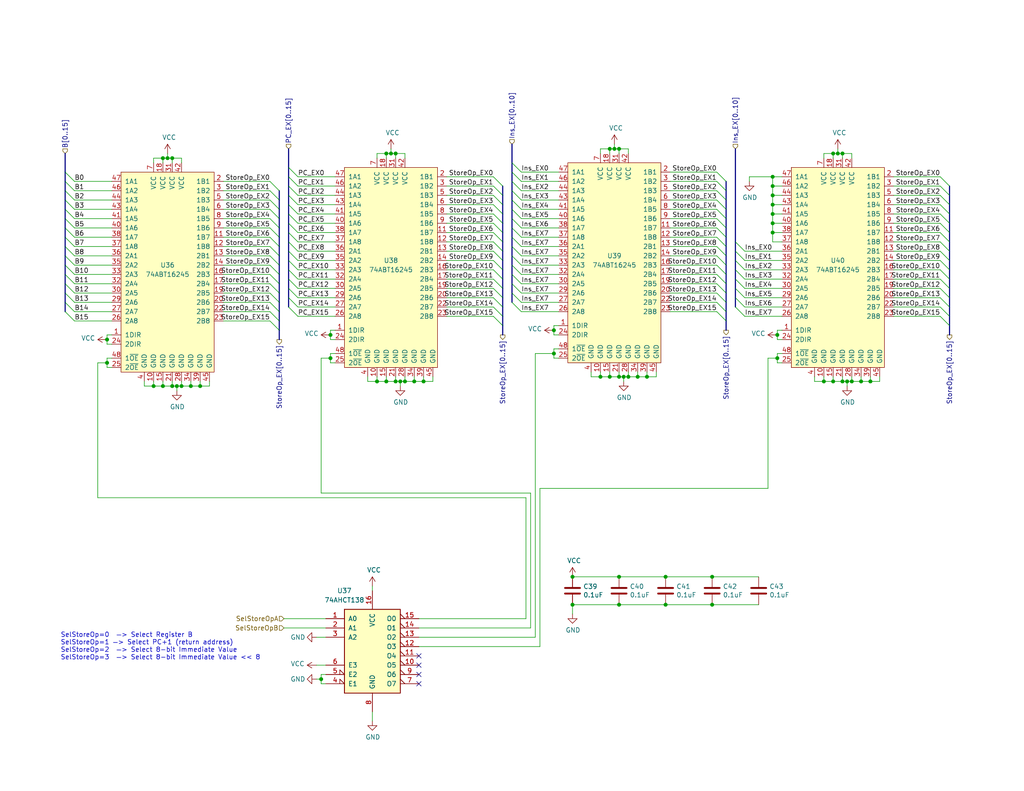
<source format=kicad_sch>
(kicad_sch (version 20230121) (generator eeschema)
  (paper "USLetter")
  (title_block (title "Select Store Operand") (date "2023-11-25") (rev "A") (comment 3 "the program counter value, or an eight-bit immediate value.") (comment 4 "The Store Operand can be taken from either the value on port B of the register file,"))
  (lib_symbols
    (symbol "Device:C" (pin_numbers hide) (pin_names (offset 0.254))
      (property "Reference" "C" (at 0.635 2.54 0))
      (property "Value" "C" (at 0.635 -2.54 0))
      (symbol "C_1_1"
        (pin passive line (at 0 3.81 270) (length 2.794) (name "~") (number "1"))
        (pin passive line (at 0 -3.81 90) (length 2.794) (name "~") (number "2"))
      )
    )
    (symbol "Turtle16:74ABT16245" (pin_names (offset 1.016))
      (property "Reference" "U" (at 0 1.27 0))
      (property "Value" "74ABT16245" (at 0 -1.27 0))
      (symbol "74ABT16245_1_1"
        (pin input line (at -15.24 -17.78 0) (length 2.54) (name "1DIR") (number "1"))
        (pin power_in line (at -3.81 -30.48 90) (length 2.54) (name "GND") (number "10"))
        (pin tri_state line (at 15.24 8.89 180) (length 2.54) (name "1B7") (number "11"))
        (pin tri_state line (at 15.24 6.35 180) (length 2.54) (name "1B8") (number "12"))
        (pin tri_state line (at 15.24 3.81 180) (length 2.54) (name "2B1") (number "13"))
        (pin tri_state line (at 15.24 1.27 180) (length 2.54) (name "2B2") (number "14"))
        (pin power_in line (at -1.27 -30.48 90) (length 2.54) (name "GND") (number "15"))
        (pin tri_state line (at 15.24 -1.27 180) (length 2.54) (name "2B3") (number "16"))
        (pin tri_state line (at 15.24 -3.81 180) (length 2.54) (name "2B4") (number "17"))
        (pin power_in line (at -1.27 29.21 270) (length 2.54) (name "VCC") (number "18"))
        (pin tri_state line (at 15.24 -6.35 180) (length 2.54) (name "2B5") (number "19"))
        (pin tri_state line (at 15.24 24.13 180) (length 2.54) (name "1B1") (number "2"))
        (pin tri_state line (at 15.24 -8.89 180) (length 2.54) (name "2B6") (number "20"))
        (pin power_in line (at 1.27 -30.48 90) (length 2.54) (name "GND") (number "21"))
        (pin tri_state line (at 15.24 -11.43 180) (length 2.54) (name "2B7") (number "22"))
        (pin tri_state line (at 15.24 -13.97 180) (length 2.54) (name "2B8") (number "23"))
        (pin input line (at -15.24 -20.32 0) (length 2.54) (name "2DIR") (number "24"))
        (pin input line (at -15.24 -26.67 0) (length 2.54) (name "2~{OE}") (number "25"))
        (pin tri_state line (at -15.24 -13.97 0) (length 2.54) (name "2A8") (number "26"))
        (pin tri_state line (at -15.24 -11.43 0) (length 2.54) (name "2A7") (number "27"))
        (pin power_in line (at 3.81 -30.48 90) (length 2.54) (name "GND") (number "28"))
        (pin tri_state line (at -15.24 -8.89 0) (length 2.54) (name "2A6") (number "29"))
        (pin tri_state line (at 15.24 21.59 180) (length 2.54) (name "1B2") (number "3"))
        (pin tri_state line (at -15.24 -6.35 0) (length 2.54) (name "2A5") (number "30"))
        (pin power_in line (at 1.27 29.21 270) (length 2.54) (name "VCC") (number "31"))
        (pin tri_state line (at -15.24 -3.81 0) (length 2.54) (name "2A4") (number "32"))
        (pin tri_state line (at -15.24 -1.27 0) (length 2.54) (name "2A3") (number "33"))
        (pin power_in line (at 6.35 -30.48 90) (length 2.54) (name "GND") (number "34"))
        (pin tri_state line (at -15.24 1.27 0) (length 2.54) (name "2A2") (number "35"))
        (pin tri_state line (at -15.24 3.81 0) (length 2.54) (name "2A1") (number "36"))
        (pin tri_state line (at -15.24 6.35 0) (length 2.54) (name "1A8") (number "37"))
        (pin tri_state line (at -15.24 8.89 0) (length 2.54) (name "1A7") (number "38"))
        (pin power_in line (at 8.89 -30.48 90) (length 2.54) (name "GND") (number "39"))
        (pin power_in line (at -6.35 -30.48 90) (length 2.54) (name "GND") (number "4"))
        (pin tri_state line (at -15.24 11.43 0) (length 2.54) (name "1A6") (number "40"))
        (pin tri_state line (at -15.24 13.97 0) (length 2.54) (name "1A5") (number "41"))
        (pin power_in line (at 3.81 29.21 270) (length 2.54) (name "VCC") (number "42"))
        (pin tri_state line (at -15.24 16.51 0) (length 2.54) (name "1A4") (number "43"))
        (pin tri_state line (at -15.24 19.05 0) (length 2.54) (name "1A3") (number "44"))
        (pin power_in line (at 11.43 -30.48 90) (length 2.54) (name "GND") (number "45"))
        (pin tri_state line (at -15.24 21.59 0) (length 2.54) (name "1A2") (number "46"))
        (pin tri_state line (at -15.24 24.13 0) (length 2.54) (name "1A1") (number "47"))
        (pin input line (at -15.24 -24.13 0) (length 2.54) (name "1~{OE}") (number "48"))
        (pin tri_state line (at 15.24 19.05 180) (length 2.54) (name "1B3") (number "5"))
        (pin tri_state line (at 15.24 16.51 180) (length 2.54) (name "1B4") (number "6"))
        (pin power_in line (at -3.81 29.21 270) (length 2.54) (name "VCC") (number "7"))
        (pin tri_state line (at 15.24 13.97 180) (length 2.54) (name "1B5") (number "8"))
        (pin tri_state line (at 15.24 11.43 180) (length 2.54) (name "1B6") (number "9"))
      )
    )
    (symbol "Turtle16:74AHCT138" (pin_names (offset 1.016))
      (property "Reference" "U" (at -7.62 11.43 0))
      (property "Value" "74AHCT138" (at -7.62 -13.97 0))
      (symbol "74AHCT138_1_0"
        (pin input line (at -12.7 7.62 0) (length 5.08) (name "A0") (number "1"))
        (pin output output_low (at 12.7 -5.08 180) (length 5.08) (name "O5") (number "10"))
        (pin output output_low (at 12.7 -2.54 180) (length 5.08) (name "O4") (number "11"))
        (pin output output_low (at 12.7 0 180) (length 5.08) (name "O3") (number "12"))
        (pin output output_low (at 12.7 2.54 180) (length 5.08) (name "O2") (number "13"))
        (pin output output_low (at 12.7 5.08 180) (length 5.08) (name "O1") (number "14"))
        (pin output output_low (at 12.7 7.62 180) (length 5.08) (name "O0") (number "15"))
        (pin power_in line (at 0 15.24 270) (length 5.08) (name "VCC") (number "16"))
        (pin input line (at -12.7 5.08 0) (length 5.08) (name "A1") (number "2"))
        (pin input line (at -12.7 2.54 0) (length 5.08) (name "A2") (number "3"))
        (pin input input_low (at -12.7 -10.16 0) (length 5.08) (name "E1") (number "4"))
        (pin input input_low (at -12.7 -7.62 0) (length 5.08) (name "E2") (number "5"))
        (pin input line (at -12.7 -5.08 0) (length 5.08) (name "E3") (number "6"))
        (pin output output_low (at 12.7 -10.16 180) (length 5.08) (name "O7") (number "7"))
        (pin power_in line (at 0 -17.78 90) (length 5.08) (name "GND") (number "8"))
        (pin output output_low (at 12.7 -7.62 180) (length 5.08) (name "O6") (number "9"))
      )
    )
    (symbol "power:GND" (power) (pin_names (offset 0))
      (property "Value" "GND" (at 0 -3.81 0))
      (symbol "GND_1_1"
        (pin power_in line (at 0 0 270) (length 0) hide (name "GND") (number "1"))
      )
    )
    (symbol "power:VCC" (power) (pin_names (offset 0))
      (property "Value" "VCC" (at 0 3.81 0))
      (symbol "VCC_1_1"
        (pin power_in line (at 0 0 90) (length 0) hide (name "VCC") (number "1"))
      )
    )
  )
  (junction (at 176.53 102.87))
  (junction (at 212.09 91.44))
  (junction (at 181.61 165.1))
  (junction (at 29.21 92.71))
  (junction (at 228.6 41.91))
  (junction (at 107.95 104.14))
  (junction (at 227.33 41.91))
  (junction (at 87.63 185.42))
  (junction (at 181.61 157.48))
  (junction (at 168.91 102.87))
  (junction (at 167.64 40.64))
  (junction (at 210.82 50.8))
  (junction (at 212.09 97.79))
  (junction (at 52.07 105.41))
  (junction (at 46.99 43.18))
  (junction (at 224.79 104.14))
  (junction (at 46.99 105.41))
  (junction (at 105.41 41.91))
  (junction (at 106.68 41.91))
  (junction (at 210.82 60.96))
  (junction (at 229.87 41.91))
  (junction (at 170.18 102.87))
  (junction (at 156.21 157.48))
  (junction (at 171.45 102.87))
  (junction (at 231.14 104.14))
  (junction (at 166.37 40.64))
  (junction (at 102.87 104.14))
  (junction (at 44.45 43.18))
  (junction (at 210.82 53.34))
  (junction (at 115.57 104.14))
  (junction (at 163.83 102.87))
  (junction (at 194.31 165.1))
  (junction (at 110.49 104.14))
  (junction (at 237.49 104.14))
  (junction (at 210.82 55.88))
  (junction (at 49.53 105.41))
  (junction (at 166.37 102.87))
  (junction (at 107.95 41.91))
  (junction (at 151.13 96.52))
  (junction (at 105.41 104.14))
  (junction (at 41.91 105.41))
  (junction (at 194.31 157.48))
  (junction (at 44.45 105.41))
  (junction (at 29.21 99.06))
  (junction (at 227.33 104.14))
  (junction (at 168.91 40.64))
  (junction (at 54.61 105.41))
  (junction (at 234.95 104.14))
  (junction (at 210.82 63.5))
  (junction (at 90.17 97.79))
  (junction (at 48.26 105.41))
  (junction (at 232.41 104.14))
  (junction (at 210.82 48.26))
  (junction (at 113.03 104.14))
  (junction (at 151.13 90.17))
  (junction (at 156.21 165.1))
  (junction (at 109.22 104.14))
  (junction (at 168.91 165.1))
  (junction (at 173.99 102.87))
  (junction (at 90.17 91.44))
  (junction (at 168.91 157.48))
  (junction (at 210.82 58.42))
  (junction (at 229.87 104.14))
  (junction (at 45.72 43.18))
  (no_connect (at 114.3 181.61))
  (no_connect (at 114.3 184.15))
  (no_connect (at 114.3 186.69))
  (no_connect (at 114.3 179.07))
  (bus_entry (at 142.24 54.61) (size -2.54 -2.54))
  (bus_entry (at 203.2 73.66) (size -2.54 -2.54))
  (bus_entry (at 198.12 82.55) (size -2.54 -2.54))
  (bus_entry (at 17.78 85.09) (size 2.54 2.54))
  (bus_entry (at 81.28 55.88) (size -2.54 -2.54))
  (bus_entry (at 81.28 78.74) (size -2.54 -2.54))
  (bus_entry (at 17.78 59.69) (size 2.54 2.54))
  (bus_entry (at 259.08 55.88) (size -2.54 -2.54))
  (bus_entry (at 142.24 85.09) (size -2.54 -2.54))
  (bus_entry (at 81.28 83.82) (size -2.54 -2.54))
  (bus_entry (at 76.2 80.01) (size -2.54 -2.54))
  (bus_entry (at 203.2 78.74) (size -2.54 -2.54))
  (bus_entry (at 137.16 66.04) (size -2.54 -2.54))
  (bus_entry (at 198.12 57.15) (size -2.54 -2.54))
  (bus_entry (at 142.24 49.53) (size -2.54 -2.54))
  (bus_entry (at 76.2 54.61) (size -2.54 -2.54))
  (bus_entry (at 142.24 62.23) (size -2.54 -2.54))
  (bus_entry (at 17.78 72.39) (size 2.54 2.54))
  (bus_entry (at 198.12 62.23) (size -2.54 -2.54))
  (bus_entry (at 17.78 46.99) (size 2.54 2.54))
  (bus_entry (at 137.16 83.82) (size -2.54 -2.54))
  (bus_entry (at 203.2 71.12) (size -2.54 -2.54))
  (bus_entry (at 259.08 68.58) (size -2.54 -2.54))
  (bus_entry (at 17.78 62.23) (size 2.54 2.54))
  (bus_entry (at 76.2 64.77) (size -2.54 -2.54))
  (bus_entry (at 17.78 54.61) (size 2.54 2.54))
  (bus_entry (at 137.16 68.58) (size -2.54 -2.54))
  (bus_entry (at 259.08 66.04) (size -2.54 -2.54))
  (bus_entry (at 137.16 78.74) (size -2.54 -2.54))
  (bus_entry (at 203.2 81.28) (size -2.54 -2.54))
  (bus_entry (at 198.12 77.47) (size -2.54 -2.54))
  (bus_entry (at 198.12 87.63) (size -2.54 -2.54))
  (bus_entry (at 142.24 46.99) (size -2.54 -2.54))
  (bus_entry (at 137.16 71.12) (size -2.54 -2.54))
  (bus_entry (at 198.12 49.53) (size -2.54 -2.54))
  (bus_entry (at 17.78 77.47) (size 2.54 2.54))
  (bus_entry (at 81.28 63.5) (size -2.54 -2.54))
  (bus_entry (at 81.28 76.2) (size -2.54 -2.54))
  (bus_entry (at 17.78 69.85) (size 2.54 2.54))
  (bus_entry (at 198.12 72.39) (size -2.54 -2.54))
  (bus_entry (at 142.24 82.55) (size -2.54 -2.54))
  (bus_entry (at 198.12 69.85) (size -2.54 -2.54))
  (bus_entry (at 137.16 63.5) (size -2.54 -2.54))
  (bus_entry (at 259.08 86.36) (size -2.54 -2.54))
  (bus_entry (at 76.2 85.09) (size -2.54 -2.54))
  (bus_entry (at 142.24 59.69) (size -2.54 -2.54))
  (bus_entry (at 198.12 52.07) (size -2.54 -2.54))
  (bus_entry (at 198.12 85.09) (size -2.54 -2.54))
  (bus_entry (at 259.08 73.66) (size -2.54 -2.54))
  (bus_entry (at 259.08 78.74) (size -2.54 -2.54))
  (bus_entry (at 259.08 63.5) (size -2.54 -2.54))
  (bus_entry (at 76.2 90.17) (size -2.54 -2.54))
  (bus_entry (at 142.24 57.15) (size -2.54 -2.54))
  (bus_entry (at 259.08 58.42) (size -2.54 -2.54))
  (bus_entry (at 137.16 58.42) (size -2.54 -2.54))
  (bus_entry (at 259.08 50.8) (size -2.54 -2.54))
  (bus_entry (at 259.08 88.9) (size -2.54 -2.54))
  (bus_entry (at 17.78 52.07) (size 2.54 2.54))
  (bus_entry (at 17.78 74.93) (size 2.54 2.54))
  (bus_entry (at 198.12 59.69) (size -2.54 -2.54))
  (bus_entry (at 76.2 77.47) (size -2.54 -2.54))
  (bus_entry (at 81.28 71.12) (size -2.54 -2.54))
  (bus_entry (at 137.16 50.8) (size -2.54 -2.54))
  (bus_entry (at 137.16 76.2) (size -2.54 -2.54))
  (bus_entry (at 81.28 53.34) (size -2.54 -2.54))
  (bus_entry (at 81.28 66.04) (size -2.54 -2.54))
  (bus_entry (at 17.78 82.55) (size 2.54 2.54))
  (bus_entry (at 17.78 80.01) (size 2.54 2.54))
  (bus_entry (at 81.28 73.66) (size -2.54 -2.54))
  (bus_entry (at 17.78 64.77) (size 2.54 2.54))
  (bus_entry (at 142.24 69.85) (size -2.54 -2.54))
  (bus_entry (at 81.28 68.58) (size -2.54 -2.54))
  (bus_entry (at 81.28 48.26) (size -2.54 -2.54))
  (bus_entry (at 76.2 52.07) (size -2.54 -2.54))
  (bus_entry (at 259.08 81.28) (size -2.54 -2.54))
  (bus_entry (at 259.08 71.12) (size -2.54 -2.54))
  (bus_entry (at 203.2 76.2) (size -2.54 -2.54))
  (bus_entry (at 142.24 64.77) (size -2.54 -2.54))
  (bus_entry (at 198.12 67.31) (size -2.54 -2.54))
  (bus_entry (at 203.2 83.82) (size -2.54 -2.54))
  (bus_entry (at 76.2 82.55) (size -2.54 -2.54))
  (bus_entry (at 142.24 74.93) (size -2.54 -2.54))
  (bus_entry (at 76.2 69.85) (size -2.54 -2.54))
  (bus_entry (at 137.16 81.28) (size -2.54 -2.54))
  (bus_entry (at 81.28 58.42) (size -2.54 -2.54))
  (bus_entry (at 76.2 74.93) (size -2.54 -2.54))
  (bus_entry (at 137.16 53.34) (size -2.54 -2.54))
  (bus_entry (at 137.16 55.88) (size -2.54 -2.54))
  (bus_entry (at 137.16 73.66) (size -2.54 -2.54))
  (bus_entry (at 259.08 60.96) (size -2.54 -2.54))
  (bus_entry (at 17.78 57.15) (size 2.54 2.54))
  (bus_entry (at 76.2 59.69) (size -2.54 -2.54))
  (bus_entry (at 198.12 74.93) (size -2.54 -2.54))
  (bus_entry (at 17.78 49.53) (size 2.54 2.54))
  (bus_entry (at 203.2 86.36) (size -2.54 -2.54))
  (bus_entry (at 198.12 64.77) (size -2.54 -2.54))
  (bus_entry (at 259.08 83.82) (size -2.54 -2.54))
  (bus_entry (at 259.08 53.34) (size -2.54 -2.54))
  (bus_entry (at 203.2 68.58) (size -2.54 -2.54))
  (bus_entry (at 198.12 80.01) (size -2.54 -2.54))
  (bus_entry (at 81.28 86.36) (size -2.54 -2.54))
  (bus_entry (at 142.24 77.47) (size -2.54 -2.54))
  (bus_entry (at 142.24 72.39) (size -2.54 -2.54))
  (bus_entry (at 76.2 62.23) (size -2.54 -2.54))
  (bus_entry (at 81.28 50.8) (size -2.54 -2.54))
  (bus_entry (at 76.2 87.63) (size -2.54 -2.54))
  (bus_entry (at 142.24 52.07) (size -2.54 -2.54))
  (bus_entry (at 76.2 67.31) (size -2.54 -2.54))
  (bus_entry (at 142.24 67.31) (size -2.54 -2.54))
  (bus_entry (at 17.78 67.31) (size 2.54 2.54))
  (bus_entry (at 137.16 86.36) (size -2.54 -2.54))
  (bus_entry (at 198.12 54.61) (size -2.54 -2.54))
  (bus_entry (at 76.2 72.39) (size -2.54 -2.54))
  (bus_entry (at 259.08 76.2) (size -2.54 -2.54))
  (bus_entry (at 137.16 88.9) (size -2.54 -2.54))
  (bus_entry (at 81.28 60.96) (size -2.54 -2.54))
  (bus_entry (at 137.16 60.96) (size -2.54 -2.54))
  (bus_entry (at 142.24 80.01) (size -2.54 -2.54))
  (bus_entry (at 76.2 57.15) (size -2.54 -2.54))
  (bus_entry (at 81.28 81.28) (size -2.54 -2.54))
  (wire (pts (xy 203.2 86.36) (xy 213.36 86.36)))
  (wire (pts (xy 105.41 41.91) (xy 106.68 41.91)))
  (wire (pts (xy 134.62 58.42) (xy 121.92 58.42)))
  (wire (pts (xy 29.21 100.33) (xy 30.48 100.33)))
  (bus (pts (xy 139.7 64.77) (xy 139.7 67.31)))
  (bus (pts (xy 137.16 50.8) (xy 137.16 53.34)))
  (bus (pts (xy 139.7 69.85) (xy 139.7 72.39)))
  (wire (pts (xy 20.32 49.53) (xy 30.48 49.53)))
  (bus (pts (xy 17.78 67.31) (xy 17.78 69.85)))
  (wire (pts (xy 44.45 104.14) (xy 44.45 105.41)))
  (bus (pts (xy 259.08 78.74) (xy 259.08 81.28)))
  (bus (pts (xy 76.2 87.63) (xy 76.2 90.17)))
  (wire (pts (xy 87.63 134.62) (xy 144.78 134.62)))
  (wire (pts (xy 113.03 104.14) (xy 115.57 104.14)))
  (wire (pts (xy 109.22 104.14) (xy 110.49 104.14)))
  (wire (pts (xy 109.22 105.41) (xy 109.22 104.14)))
  (bus (pts (xy 76.2 57.15) (xy 76.2 59.69)))
  (bus (pts (xy 198.12 57.15) (xy 198.12 59.69)))
  (bus (pts (xy 259.08 58.42) (xy 259.08 60.96)))
  (wire (pts (xy 173.99 102.87) (xy 176.53 102.87)))
  (wire (pts (xy 91.44 90.17) (xy 90.17 90.17)))
  (bus (pts (xy 17.78 46.99) (xy 17.78 49.53)))
  (wire (pts (xy 134.62 78.74) (xy 121.92 78.74)))
  (wire (pts (xy 102.87 41.91) (xy 105.41 41.91)))
  (wire (pts (xy 20.32 72.39) (xy 30.48 72.39)))
  (wire (pts (xy 156.21 167.64) (xy 156.21 165.1)))
  (wire (pts (xy 90.17 97.79) (xy 90.17 99.06)))
  (wire (pts (xy 115.57 104.14) (xy 118.11 104.14)))
  (wire (pts (xy 256.54 55.88) (xy 243.84 55.88)))
  (wire (pts (xy 87.63 186.69) (xy 88.9 186.69)))
  (wire (pts (xy 134.62 73.66) (xy 121.92 73.66)))
  (wire (pts (xy 73.66 69.85) (xy 60.96 69.85)))
  (wire (pts (xy 73.66 74.93) (xy 60.96 74.93)))
  (wire (pts (xy 151.13 88.9) (xy 151.13 90.17)))
  (bus (pts (xy 17.78 64.77) (xy 17.78 67.31)))
  (bus (pts (xy 198.12 80.01) (xy 198.12 82.55)))
  (bus (pts (xy 198.12 52.07) (xy 198.12 54.61)))
  (wire (pts (xy 152.4 91.44) (xy 151.13 91.44)))
  (wire (pts (xy 142.24 67.31) (xy 152.4 67.31)))
  (bus (pts (xy 139.7 49.53) (xy 139.7 52.07)))
  (bus (pts (xy 17.78 80.01) (xy 17.78 82.55)))
  (wire (pts (xy 237.49 102.87) (xy 237.49 104.14)))
  (wire (pts (xy 73.66 57.15) (xy 60.96 57.15)))
  (wire (pts (xy 20.32 67.31) (xy 30.48 67.31)))
  (wire (pts (xy 90.17 96.52) (xy 90.17 97.79)))
  (bus (pts (xy 78.74 66.04) (xy 78.74 68.58)))
  (wire (pts (xy 88.9 184.15) (xy 87.63 184.15)))
  (bus (pts (xy 259.08 73.66) (xy 259.08 76.2)))
  (wire (pts (xy 110.49 102.87) (xy 110.49 104.14)))
  (bus (pts (xy 200.66 76.2) (xy 200.66 78.74)))
  (wire (pts (xy 29.21 99.06) (xy 29.21 100.33)))
  (wire (pts (xy 176.53 102.87) (xy 179.07 102.87)))
  (bus (pts (xy 76.2 80.01) (xy 76.2 82.55)))
  (wire (pts (xy 166.37 102.87) (xy 168.91 102.87)))
  (wire (pts (xy 210.82 50.8) (xy 210.82 48.26)))
  (wire (pts (xy 232.41 41.91) (xy 232.41 43.18)))
  (wire (pts (xy 256.54 81.28) (xy 243.84 81.28)))
  (wire (pts (xy 110.49 41.91) (xy 110.49 43.18)))
  (wire (pts (xy 173.99 101.6) (xy 173.99 102.87)))
  (wire (pts (xy 107.95 104.14) (xy 109.22 104.14)))
  (bus (pts (xy 139.7 74.93) (xy 139.7 77.47)))
  (bus (pts (xy 259.08 88.9) (xy 259.08 91.44)))
  (wire (pts (xy 146.05 96.52) (xy 146.05 173.99)))
  (bus (pts (xy 200.66 66.04) (xy 200.66 68.58)))
  (wire (pts (xy 142.24 69.85) (xy 152.4 69.85)))
  (wire (pts (xy 142.24 80.01) (xy 152.4 80.01)))
  (wire (pts (xy 195.58 59.69) (xy 182.88 59.69)))
  (wire (pts (xy 29.21 91.44) (xy 29.21 92.71)))
  (wire (pts (xy 73.66 59.69) (xy 60.96 59.69)))
  (wire (pts (xy 114.3 176.53) (xy 147.32 176.53)))
  (wire (pts (xy 48.26 106.68) (xy 48.26 105.41)))
  (wire (pts (xy 195.58 69.85) (xy 182.88 69.85)))
  (wire (pts (xy 106.68 40.64) (xy 106.68 41.91)))
  (wire (pts (xy 102.87 102.87) (xy 102.87 104.14)))
  (bus (pts (xy 76.2 67.31) (xy 76.2 69.85)))
  (bus (pts (xy 78.74 58.42) (xy 78.74 60.96)))
  (wire (pts (xy 134.62 60.96) (xy 121.92 60.96)))
  (wire (pts (xy 91.44 96.52) (xy 90.17 96.52)))
  (wire (pts (xy 81.28 71.12) (xy 91.44 71.12)))
  (wire (pts (xy 142.24 64.77) (xy 152.4 64.77)))
  (bus (pts (xy 137.16 53.34) (xy 137.16 55.88)))
  (wire (pts (xy 87.63 184.15) (xy 87.63 185.42)))
  (bus (pts (xy 78.74 68.58) (xy 78.74 71.12)))
  (wire (pts (xy 20.32 57.15) (xy 30.48 57.15)))
  (wire (pts (xy 29.21 93.98) (xy 29.21 92.71)))
  (wire (pts (xy 227.33 104.14) (xy 229.87 104.14)))
  (wire (pts (xy 41.91 44.45) (xy 41.91 43.18)))
  (bus (pts (xy 137.16 73.66) (xy 137.16 76.2)))
  (wire (pts (xy 195.58 80.01) (xy 182.88 80.01)))
  (wire (pts (xy 203.2 73.66) (xy 213.36 73.66)))
  (wire (pts (xy 102.87 104.14) (xy 105.41 104.14)))
  (wire (pts (xy 222.25 102.87) (xy 222.25 104.14)))
  (wire (pts (xy 90.17 99.06) (xy 91.44 99.06)))
  (wire (pts (xy 81.28 66.04) (xy 91.44 66.04)))
  (wire (pts (xy 134.62 50.8) (xy 121.92 50.8)))
  (bus (pts (xy 17.78 72.39) (xy 17.78 74.93)))
  (wire (pts (xy 151.13 96.52) (xy 151.13 97.79)))
  (wire (pts (xy 142.24 49.53) (xy 152.4 49.53)))
  (wire (pts (xy 234.95 102.87) (xy 234.95 104.14)))
  (wire (pts (xy 142.24 74.93) (xy 152.4 74.93)))
  (bus (pts (xy 76.2 59.69) (xy 76.2 62.23)))
  (wire (pts (xy 181.61 157.48) (xy 194.31 157.48)))
  (wire (pts (xy 26.67 135.89) (xy 143.51 135.89)))
  (wire (pts (xy 100.33 102.87) (xy 100.33 104.14)))
  (wire (pts (xy 210.82 48.26) (xy 213.36 48.26)))
  (bus (pts (xy 198.12 49.53) (xy 198.12 52.07)))
  (bus (pts (xy 200.66 78.74) (xy 200.66 81.28)))
  (wire (pts (xy 115.57 102.87) (xy 115.57 104.14)))
  (wire (pts (xy 52.07 104.14) (xy 52.07 105.41)))
  (wire (pts (xy 134.62 71.12) (xy 121.92 71.12)))
  (wire (pts (xy 256.54 76.2) (xy 243.84 76.2)))
  (wire (pts (xy 224.79 41.91) (xy 227.33 41.91)))
  (wire (pts (xy 73.66 77.47) (xy 60.96 77.47)))
  (wire (pts (xy 81.28 68.58) (xy 91.44 68.58)))
  (bus (pts (xy 78.74 71.12) (xy 78.74 73.66)))
  (wire (pts (xy 168.91 40.64) (xy 168.91 41.91)))
  (wire (pts (xy 102.87 43.18) (xy 102.87 41.91)))
  (bus (pts (xy 259.08 50.8) (xy 259.08 53.34)))
  (wire (pts (xy 20.32 87.63) (xy 30.48 87.63)))
  (wire (pts (xy 81.28 50.8) (xy 91.44 50.8)))
  (wire (pts (xy 195.58 72.39) (xy 182.88 72.39)))
  (wire (pts (xy 77.47 168.91) (xy 88.9 168.91)))
  (wire (pts (xy 195.58 74.93) (xy 182.88 74.93)))
  (bus (pts (xy 76.2 64.77) (xy 76.2 67.31)))
  (wire (pts (xy 224.79 43.18) (xy 224.79 41.91)))
  (wire (pts (xy 203.2 78.74) (xy 213.36 78.74)))
  (wire (pts (xy 39.37 104.14) (xy 39.37 105.41)))
  (wire (pts (xy 105.41 104.14) (xy 107.95 104.14)))
  (wire (pts (xy 110.49 104.14) (xy 113.03 104.14)))
  (wire (pts (xy 151.13 97.79) (xy 152.4 97.79)))
  (wire (pts (xy 73.66 85.09) (xy 60.96 85.09)))
  (wire (pts (xy 142.24 77.47) (xy 152.4 77.47)))
  (bus (pts (xy 200.66 81.28) (xy 200.66 83.82)))
  (wire (pts (xy 203.2 71.12) (xy 213.36 71.12)))
  (bus (pts (xy 139.7 67.31) (xy 139.7 69.85)))
  (wire (pts (xy 212.09 99.06) (xy 213.36 99.06)))
  (wire (pts (xy 142.24 85.09) (xy 152.4 85.09)))
  (wire (pts (xy 147.32 133.35) (xy 147.32 176.53)))
  (wire (pts (xy 73.66 82.55) (xy 60.96 82.55)))
  (bus (pts (xy 137.16 58.42) (xy 137.16 60.96)))
  (bus (pts (xy 76.2 54.61) (xy 76.2 57.15)))
  (wire (pts (xy 49.53 105.41) (xy 52.07 105.41)))
  (bus (pts (xy 139.7 54.61) (xy 139.7 57.15)))
  (bus (pts (xy 259.08 81.28) (xy 259.08 83.82)))
  (wire (pts (xy 213.36 55.88) (xy 210.82 55.88)))
  (wire (pts (xy 181.61 165.1) (xy 168.91 165.1)))
  (wire (pts (xy 46.99 43.18) (xy 46.99 44.45)))
  (wire (pts (xy 73.66 64.77) (xy 60.96 64.77)))
  (wire (pts (xy 209.55 97.79) (xy 209.55 133.35)))
  (wire (pts (xy 52.07 105.41) (xy 54.61 105.41)))
  (wire (pts (xy 237.49 104.14) (xy 240.03 104.14)))
  (wire (pts (xy 171.45 102.87) (xy 173.99 102.87)))
  (bus (pts (xy 78.74 60.96) (xy 78.74 63.5)))
  (bus (pts (xy 139.7 39.37) (xy 139.7 44.45)))
  (wire (pts (xy 142.24 57.15) (xy 152.4 57.15)))
  (wire (pts (xy 212.09 96.52) (xy 212.09 97.79)))
  (wire (pts (xy 73.66 67.31) (xy 60.96 67.31)))
  (wire (pts (xy 73.66 87.63) (xy 60.96 87.63)))
  (wire (pts (xy 105.41 43.18) (xy 105.41 41.91)))
  (wire (pts (xy 234.95 104.14) (xy 237.49 104.14)))
  (wire (pts (xy 195.58 57.15) (xy 182.88 57.15)))
  (bus (pts (xy 139.7 80.01) (xy 139.7 82.55)))
  (wire (pts (xy 134.62 86.36) (xy 121.92 86.36)))
  (wire (pts (xy 195.58 52.07) (xy 182.88 52.07)))
  (bus (pts (xy 76.2 69.85) (xy 76.2 72.39)))
  (wire (pts (xy 44.45 44.45) (xy 44.45 43.18)))
  (wire (pts (xy 168.91 40.64) (xy 171.45 40.64)))
  (wire (pts (xy 195.58 67.31) (xy 182.88 67.31)))
  (wire (pts (xy 29.21 97.79) (xy 29.21 99.06)))
  (wire (pts (xy 101.6 194.31) (xy 101.6 196.85)))
  (bus (pts (xy 137.16 60.96) (xy 137.16 63.5)))
  (bus (pts (xy 139.7 57.15) (xy 139.7 59.69)))
  (wire (pts (xy 134.62 68.58) (xy 121.92 68.58)))
  (wire (pts (xy 20.32 62.23) (xy 30.48 62.23)))
  (wire (pts (xy 134.62 55.88) (xy 121.92 55.88)))
  (wire (pts (xy 195.58 49.53) (xy 182.88 49.53)))
  (wire (pts (xy 73.66 52.07) (xy 60.96 52.07)))
  (bus (pts (xy 200.66 40.64) (xy 200.66 66.04)))
  (wire (pts (xy 168.91 157.48) (xy 181.61 157.48)))
  (bus (pts (xy 139.7 52.07) (xy 139.7 54.61)))
  (bus (pts (xy 137.16 81.28) (xy 137.16 83.82)))
  (wire (pts (xy 224.79 102.87) (xy 224.79 104.14)))
  (wire (pts (xy 90.17 97.79) (xy 87.63 97.79)))
  (bus (pts (xy 17.78 52.07) (xy 17.78 54.61)))
  (wire (pts (xy 73.66 72.39) (xy 60.96 72.39)))
  (wire (pts (xy 212.09 97.79) (xy 212.09 99.06)))
  (wire (pts (xy 209.55 133.35) (xy 147.32 133.35)))
  (wire (pts (xy 87.63 185.42) (xy 87.63 186.69)))
  (wire (pts (xy 146.05 96.52) (xy 151.13 96.52)))
  (bus (pts (xy 78.74 78.74) (xy 78.74 81.28)))
  (wire (pts (xy 81.28 55.88) (xy 91.44 55.88)))
  (wire (pts (xy 156.21 157.48) (xy 168.91 157.48)))
  (wire (pts (xy 210.82 63.5) (xy 210.82 66.04)))
  (wire (pts (xy 45.72 43.18) (xy 46.99 43.18)))
  (wire (pts (xy 213.36 58.42) (xy 210.82 58.42)))
  (wire (pts (xy 203.2 76.2) (xy 213.36 76.2)))
  (wire (pts (xy 144.78 134.62) (xy 144.78 171.45)))
  (wire (pts (xy 41.91 104.14) (xy 41.91 105.41)))
  (wire (pts (xy 142.24 54.61) (xy 152.4 54.61)))
  (wire (pts (xy 168.91 101.6) (xy 168.91 102.87)))
  (bus (pts (xy 76.2 74.93) (xy 76.2 77.47)))
  (bus (pts (xy 137.16 68.58) (xy 137.16 71.12)))
  (wire (pts (xy 212.09 90.17) (xy 212.09 91.44)))
  (bus (pts (xy 259.08 60.96) (xy 259.08 63.5)))
  (bus (pts (xy 259.08 53.34) (xy 259.08 55.88)))
  (bus (pts (xy 198.12 62.23) (xy 198.12 64.77)))
  (bus (pts (xy 259.08 76.2) (xy 259.08 78.74)))
  (wire (pts (xy 195.58 54.61) (xy 182.88 54.61)))
  (wire (pts (xy 210.82 60.96) (xy 210.82 63.5)))
  (wire (pts (xy 176.53 101.6) (xy 176.53 102.87)))
  (bus (pts (xy 139.7 46.99) (xy 139.7 49.53)))
  (wire (pts (xy 210.82 58.42) (xy 210.82 60.96)))
  (bus (pts (xy 78.74 40.64) (xy 78.74 45.72)))
  (wire (pts (xy 256.54 53.34) (xy 243.84 53.34)))
  (bus (pts (xy 137.16 76.2) (xy 137.16 78.74)))
  (wire (pts (xy 210.82 58.42) (xy 210.82 55.88)))
  (wire (pts (xy 256.54 66.04) (xy 243.84 66.04)))
  (wire (pts (xy 163.83 102.87) (xy 166.37 102.87)))
  (wire (pts (xy 134.62 83.82) (xy 121.92 83.82)))
  (bus (pts (xy 200.66 68.58) (xy 200.66 71.12)))
  (wire (pts (xy 213.36 96.52) (xy 212.09 96.52)))
  (wire (pts (xy 20.32 82.55) (xy 30.48 82.55)))
  (wire (pts (xy 240.03 104.14) (xy 240.03 102.87)))
  (bus (pts (xy 198.12 54.61) (xy 198.12 57.15)))
  (wire (pts (xy 256.54 78.74) (xy 243.84 78.74)))
  (wire (pts (xy 195.58 62.23) (xy 182.88 62.23)))
  (wire (pts (xy 213.36 60.96) (xy 210.82 60.96)))
  (bus (pts (xy 137.16 88.9) (xy 137.16 91.44)))
  (wire (pts (xy 26.67 99.06) (xy 26.67 135.89)))
  (bus (pts (xy 17.78 57.15) (xy 17.78 59.69)))
  (wire (pts (xy 229.87 41.91) (xy 229.87 43.18)))
  (bus (pts (xy 78.74 76.2) (xy 78.74 78.74)))
  (wire (pts (xy 39.37 105.41) (xy 41.91 105.41)))
  (wire (pts (xy 46.99 105.41) (xy 48.26 105.41)))
  (bus (pts (xy 259.08 71.12) (xy 259.08 73.66)))
  (wire (pts (xy 73.66 80.01) (xy 60.96 80.01)))
  (wire (pts (xy 210.82 66.04) (xy 213.36 66.04)))
  (wire (pts (xy 227.33 43.18) (xy 227.33 41.91)))
  (wire (pts (xy 20.32 80.01) (xy 30.48 80.01)))
  (wire (pts (xy 163.83 40.64) (xy 166.37 40.64)))
  (wire (pts (xy 44.45 43.18) (xy 45.72 43.18)))
  (wire (pts (xy 167.64 40.64) (xy 168.91 40.64)))
  (bus (pts (xy 259.08 83.82) (xy 259.08 86.36)))
  (wire (pts (xy 142.24 82.55) (xy 152.4 82.55)))
  (bus (pts (xy 17.78 77.47) (xy 17.78 80.01)))
  (bus (pts (xy 139.7 62.23) (xy 139.7 64.77)))
  (wire (pts (xy 41.91 43.18) (xy 44.45 43.18)))
  (wire (pts (xy 229.87 41.91) (xy 232.41 41.91)))
  (wire (pts (xy 90.17 90.17) (xy 90.17 91.44)))
  (wire (pts (xy 20.32 59.69) (xy 30.48 59.69)))
  (wire (pts (xy 81.28 76.2) (xy 91.44 76.2)))
  (bus (pts (xy 137.16 66.04) (xy 137.16 68.58)))
  (wire (pts (xy 194.31 165.1) (xy 181.61 165.1)))
  (bus (pts (xy 17.78 59.69) (xy 17.78 62.23)))
  (wire (pts (xy 168.91 102.87) (xy 170.18 102.87)))
  (bus (pts (xy 78.74 53.34) (xy 78.74 55.88)))
  (bus (pts (xy 76.2 77.47) (xy 76.2 80.01)))
  (wire (pts (xy 229.87 102.87) (xy 229.87 104.14)))
  (wire (pts (xy 151.13 91.44) (xy 151.13 90.17)))
  (wire (pts (xy 231.14 104.14) (xy 232.41 104.14)))
  (wire (pts (xy 73.66 49.53) (xy 60.96 49.53)))
  (bus (pts (xy 17.78 62.23) (xy 17.78 64.77)))
  (wire (pts (xy 207.01 165.1) (xy 194.31 165.1)))
  (wire (pts (xy 142.24 62.23) (xy 152.4 62.23)))
  (wire (pts (xy 256.54 50.8) (xy 243.84 50.8)))
  (wire (pts (xy 90.17 92.71) (xy 90.17 91.44)))
  (wire (pts (xy 106.68 41.91) (xy 107.95 41.91)))
  (wire (pts (xy 118.11 104.14) (xy 118.11 102.87)))
  (wire (pts (xy 213.36 90.17) (xy 212.09 90.17)))
  (bus (pts (xy 17.78 49.53) (xy 17.78 52.07)))
  (wire (pts (xy 30.48 97.79) (xy 29.21 97.79)))
  (wire (pts (xy 57.15 105.41) (xy 57.15 104.14)))
  (wire (pts (xy 86.36 173.99) (xy 88.9 173.99)))
  (wire (pts (xy 91.44 92.71) (xy 90.17 92.71)))
  (bus (pts (xy 17.78 41.91) (xy 17.78 46.99)))
  (wire (pts (xy 81.28 73.66) (xy 91.44 73.66)))
  (wire (pts (xy 142.24 59.69) (xy 152.4 59.69)))
  (wire (pts (xy 81.28 83.82) (xy 91.44 83.82)))
  (wire (pts (xy 49.53 43.18) (xy 49.53 44.45)))
  (wire (pts (xy 44.45 105.41) (xy 46.99 105.41)))
  (bus (pts (xy 259.08 55.88) (xy 259.08 58.42)))
  (wire (pts (xy 20.32 69.85) (xy 30.48 69.85)))
  (wire (pts (xy 212.09 92.71) (xy 212.09 91.44)))
  (bus (pts (xy 198.12 87.63) (xy 198.12 90.17)))
  (wire (pts (xy 179.07 102.87) (xy 179.07 101.6)))
  (wire (pts (xy 194.31 157.48) (xy 207.01 157.48)))
  (bus (pts (xy 200.66 73.66) (xy 200.66 76.2)))
  (wire (pts (xy 195.58 46.99) (xy 182.88 46.99)))
  (bus (pts (xy 78.74 81.28) (xy 78.74 83.82)))
  (wire (pts (xy 134.62 66.04) (xy 121.92 66.04)))
  (wire (pts (xy 54.61 105.41) (xy 57.15 105.41)))
  (wire (pts (xy 168.91 165.1) (xy 156.21 165.1)))
  (wire (pts (xy 81.28 53.34) (xy 91.44 53.34)))
  (wire (pts (xy 256.54 86.36) (xy 243.84 86.36)))
  (wire (pts (xy 81.28 86.36) (xy 91.44 86.36)))
  (bus (pts (xy 76.2 62.23) (xy 76.2 64.77)))
  (wire (pts (xy 48.26 105.41) (xy 49.53 105.41)))
  (wire (pts (xy 41.91 105.41) (xy 44.45 105.41)))
  (wire (pts (xy 213.36 53.34) (xy 210.82 53.34)))
  (bus (pts (xy 139.7 59.69) (xy 139.7 62.23)))
  (wire (pts (xy 114.3 173.99) (xy 146.05 173.99)))
  (bus (pts (xy 200.66 71.12) (xy 200.66 73.66)))
  (wire (pts (xy 20.32 85.09) (xy 30.48 85.09)))
  (wire (pts (xy 107.95 41.91) (xy 107.95 43.18)))
  (bus (pts (xy 137.16 55.88) (xy 137.16 58.42)))
  (wire (pts (xy 195.58 64.77) (xy 182.88 64.77)))
  (wire (pts (xy 73.66 54.61) (xy 60.96 54.61)))
  (wire (pts (xy 170.18 104.14) (xy 170.18 102.87)))
  (wire (pts (xy 46.99 43.18) (xy 49.53 43.18)))
  (bus (pts (xy 76.2 82.55) (xy 76.2 85.09)))
  (bus (pts (xy 198.12 85.09) (xy 198.12 87.63)))
  (wire (pts (xy 161.29 101.6) (xy 161.29 102.87)))
  (wire (pts (xy 227.33 41.91) (xy 228.6 41.91)))
  (wire (pts (xy 46.99 104.14) (xy 46.99 105.41)))
  (wire (pts (xy 20.32 52.07) (xy 30.48 52.07)))
  (bus (pts (xy 78.74 55.88) (xy 78.74 58.42)))
  (wire (pts (xy 107.95 102.87) (xy 107.95 104.14)))
  (bus (pts (xy 76.2 52.07) (xy 76.2 54.61)))
  (wire (pts (xy 49.53 104.14) (xy 49.53 105.41)))
  (wire (pts (xy 100.33 104.14) (xy 102.87 104.14)))
  (wire (pts (xy 256.54 68.58) (xy 243.84 68.58)))
  (wire (pts (xy 166.37 101.6) (xy 166.37 102.87)))
  (bus (pts (xy 78.74 48.26) (xy 78.74 50.8)))
  (bus (pts (xy 259.08 63.5) (xy 259.08 66.04)))
  (bus (pts (xy 137.16 78.74) (xy 137.16 81.28)))
  (wire (pts (xy 166.37 40.64) (xy 167.64 40.64)))
  (wire (pts (xy 151.13 95.25) (xy 151.13 96.52)))
  (wire (pts (xy 101.6 160.02) (xy 101.6 161.29)))
  (wire (pts (xy 29.21 99.06) (xy 26.67 99.06)))
  (bus (pts (xy 78.74 45.72) (xy 78.74 48.26)))
  (wire (pts (xy 134.62 63.5) (xy 121.92 63.5)))
  (wire (pts (xy 256.54 60.96) (xy 243.84 60.96)))
  (wire (pts (xy 228.6 41.91) (xy 229.87 41.91)))
  (wire (pts (xy 161.29 102.87) (xy 163.83 102.87)))
  (wire (pts (xy 256.54 71.12) (xy 243.84 71.12)))
  (wire (pts (xy 30.48 93.98) (xy 29.21 93.98)))
  (wire (pts (xy 229.87 104.14) (xy 231.14 104.14)))
  (wire (pts (xy 212.09 97.79) (xy 209.55 97.79)))
  (wire (pts (xy 86.36 181.61) (xy 88.9 181.61)))
  (bus (pts (xy 137.16 71.12) (xy 137.16 73.66)))
  (bus (pts (xy 198.12 64.77) (xy 198.12 67.31)))
  (wire (pts (xy 20.32 74.93) (xy 30.48 74.93)))
  (wire (pts (xy 134.62 76.2) (xy 121.92 76.2)))
  (wire (pts (xy 195.58 82.55) (xy 182.88 82.55)))
  (wire (pts (xy 143.51 135.89) (xy 143.51 168.91)))
  (wire (pts (xy 87.63 97.79) (xy 87.63 134.62)))
  (wire (pts (xy 195.58 85.09) (xy 182.88 85.09)))
  (wire (pts (xy 167.64 39.37) (xy 167.64 40.64)))
  (bus (pts (xy 17.78 69.85) (xy 17.78 72.39)))
  (wire (pts (xy 213.36 63.5) (xy 210.82 63.5)))
  (wire (pts (xy 81.28 78.74) (xy 91.44 78.74)))
  (wire (pts (xy 170.18 102.87) (xy 171.45 102.87)))
  (wire (pts (xy 86.36 185.42) (xy 87.63 185.42)))
  (wire (pts (xy 81.28 63.5) (xy 91.44 63.5)))
  (wire (pts (xy 107.95 41.91) (xy 110.49 41.91)))
  (bus (pts (xy 259.08 86.36) (xy 259.08 88.9)))
  (wire (pts (xy 231.14 105.41) (xy 231.14 104.14)))
  (bus (pts (xy 259.08 68.58) (xy 259.08 71.12)))
  (wire (pts (xy 171.45 101.6) (xy 171.45 102.87)))
  (wire (pts (xy 81.28 58.42) (xy 91.44 58.42)))
  (bus (pts (xy 76.2 72.39) (xy 76.2 74.93)))
  (bus (pts (xy 259.08 66.04) (xy 259.08 68.58)))
  (wire (pts (xy 134.62 48.26) (xy 121.92 48.26)))
  (wire (pts (xy 213.36 92.71) (xy 212.09 92.71)))
  (wire (pts (xy 73.66 62.23) (xy 60.96 62.23)))
  (wire (pts (xy 228.6 40.64) (xy 228.6 41.91)))
  (wire (pts (xy 256.54 73.66) (xy 243.84 73.66)))
  (wire (pts (xy 142.24 46.99) (xy 152.4 46.99)))
  (bus (pts (xy 137.16 63.5) (xy 137.16 66.04)))
  (wire (pts (xy 113.03 102.87) (xy 113.03 104.14)))
  (wire (pts (xy 20.32 54.61) (xy 30.48 54.61)))
  (bus (pts (xy 198.12 69.85) (xy 198.12 72.39)))
  (bus (pts (xy 17.78 74.93) (xy 17.78 77.47)))
  (bus (pts (xy 139.7 72.39) (xy 139.7 74.93)))
  (wire (pts (xy 166.37 41.91) (xy 166.37 40.64)))
  (wire (pts (xy 142.24 72.39) (xy 152.4 72.39)))
  (bus (pts (xy 76.2 85.09) (xy 76.2 87.63)))
  (wire (pts (xy 152.4 88.9) (xy 151.13 88.9)))
  (wire (pts (xy 20.32 64.77) (xy 30.48 64.77)))
  (wire (pts (xy 227.33 102.87) (xy 227.33 104.14)))
  (wire (pts (xy 232.41 104.14) (xy 234.95 104.14)))
  (bus (pts (xy 198.12 74.93) (xy 198.12 77.47)))
  (bus (pts (xy 137.16 86.36) (xy 137.16 88.9)))
  (wire (pts (xy 256.54 48.26) (xy 243.84 48.26)))
  (wire (pts (xy 256.54 63.5) (xy 243.84 63.5)))
  (bus (pts (xy 198.12 72.39) (xy 198.12 74.93)))
  (wire (pts (xy 81.28 48.26) (xy 91.44 48.26)))
  (bus (pts (xy 78.74 63.5) (xy 78.74 66.04)))
  (bus (pts (xy 78.74 73.66) (xy 78.74 76.2)))
  (wire (pts (xy 213.36 50.8) (xy 210.82 50.8)))
  (wire (pts (xy 222.25 104.14) (xy 224.79 104.14)))
  (wire (pts (xy 142.24 52.07) (xy 152.4 52.07)))
  (wire (pts (xy 105.41 102.87) (xy 105.41 104.14)))
  (wire (pts (xy 224.79 104.14) (xy 227.33 104.14)))
  (bus (pts (xy 78.74 50.8) (xy 78.74 53.34)))
  (wire (pts (xy 210.82 55.88) (xy 210.82 53.34)))
  (bus (pts (xy 198.12 67.31) (xy 198.12 69.85)))
  (bus (pts (xy 137.16 83.82) (xy 137.16 86.36)))
  (bus (pts (xy 139.7 44.45) (xy 139.7 46.99)))
  (wire (pts (xy 77.47 171.45) (xy 88.9 171.45)))
  (wire (pts (xy 203.2 81.28) (xy 213.36 81.28)))
  (wire (pts (xy 20.32 77.47) (xy 30.48 77.47)))
  (wire (pts (xy 204.47 49.53) (xy 204.47 48.26)))
  (wire (pts (xy 195.58 77.47) (xy 182.88 77.47)))
  (wire (pts (xy 144.78 171.45) (xy 114.3 171.45)))
  (wire (pts (xy 152.4 95.25) (xy 151.13 95.25)))
  (wire (pts (xy 45.72 41.91) (xy 45.72 43.18)))
  (bus (pts (xy 198.12 82.55) (xy 198.12 85.09)))
  (wire (pts (xy 210.82 53.34) (xy 210.82 50.8)))
  (wire (pts (xy 163.83 41.91) (xy 163.83 40.64)))
  (bus (pts (xy 139.7 77.47) (xy 139.7 80.01)))
  (bus (pts (xy 17.78 82.55) (xy 17.78 85.09)))
  (wire (pts (xy 134.62 53.34) (xy 121.92 53.34)))
  (wire (pts (xy 204.47 48.26) (xy 210.82 48.26)))
  (wire (pts (xy 171.45 40.64) (xy 171.45 41.91)))
  (wire (pts (xy 163.83 101.6) (xy 163.83 102.87)))
  (wire (pts (xy 30.48 91.44) (xy 29.21 91.44)))
  (bus (pts (xy 198.12 59.69) (xy 198.12 62.23)))
  (wire (pts (xy 256.54 83.82) (xy 243.84 83.82)))
  (wire (pts (xy 203.2 68.58) (xy 213.36 68.58)))
  (bus (pts (xy 198.12 77.47) (xy 198.12 80.01)))
  (wire (pts (xy 203.2 83.82) (xy 213.36 83.82)))
  (wire (pts (xy 143.51 168.91) (xy 114.3 168.91)))
  (wire (pts (xy 232.41 102.87) (xy 232.41 104.14)))
  (wire (pts (xy 81.28 60.96) (xy 91.44 60.96)))
  (wire (pts (xy 256.54 58.42) (xy 243.84 58.42)))
  (wire (pts (xy 134.62 81.28) (xy 121.92 81.28)))
  (wire (pts (xy 54.61 104.14) (xy 54.61 105.41)))
  (wire (pts (xy 81.28 81.28) (xy 91.44 81.28)))
  (bus (pts (xy 17.78 54.61) (xy 17.78 57.15)))
  (bus (pts (xy 76.2 90.17) (xy 76.2 92.71)))
  (text "SelStoreOp=0  —> Select Register B\nSelStoreOp=1 —> Select PC+1 (return address)\nSelStoreOp=2  —> Select 8-bit Immediate Value\nSelStoreOp=3  —> Select 8-bit Immediate Value << 8" (at 16.51 180.34 0) (effects (font (size 1.27 1.27)) (justify left bottom)))
  (label "StoreOp_EX10" (at 256.54 73.66 180))
  (label "StoreOp_EX7" (at 195.58 64.77 180))
  (label "StoreOp_EX13" (at 134.62 81.28 180))
  (label "StoreOp_EX6" (at 73.66 64.77 180))
  (label "B11" (at 20.32 77.47 0))
  (label "Ins_EX3" (at 142.24 54.61 0))
  (label "B8" (at 20.32 69.85 0))
  (label "StoreOp_EX7" (at 256.54 66.04 180))
  (label "StoreOp_EX10" (at 195.58 72.39 180))
  (label "PC_EX8" (at 81.28 68.58 0))
  (label "Ins_EX6" (at 203.2 83.82 0))
  (label "StoreOp_EX11" (at 134.62 76.2 180))
  (label "PC_EX0" (at 81.28 48.26 0))
  (label "StoreOp_EX14" (at 73.66 85.09 180))
  (label "StoreOp_EX4" (at 73.66 59.69 180))
  (label "B10" (at 20.32 74.93 0))
  (label "StoreOp_EX11" (at 256.54 76.2 180))
  (label "B12" (at 20.32 80.01 0))
  (label "StoreOp_EX11" (at 73.66 77.47 180))
  (label "StoreOp_EX10" (at 73.66 74.93 180))
  (label "PC_EX10" (at 81.28 73.66 0))
  (label "StoreOp_EX15" (at 256.54 86.36 180))
  (label "B15" (at 20.32 87.63 0))
  (label "StoreOp_EX3" (at 256.54 55.88 180))
  (label "PC_EX4" (at 81.28 58.42 0))
  (label "Ins_EX7" (at 142.24 74.93 0))
  (label "StoreOp_EX5" (at 195.58 59.69 180))
  (label "StoreOp_EX6" (at 256.54 63.5 180))
  (label "StoreOp_EX4" (at 134.62 58.42 180))
  (label "B2" (at 20.32 54.61 0))
  (label "StoreOp_EX15" (at 134.62 86.36 180))
  (label "StoreOp_EX2" (at 256.54 53.34 180))
  (label "StoreOp_EX4" (at 195.58 57.15 180))
  (label "StoreOp_EX8" (at 195.58 67.31 180))
  (label "StoreOp_EX13" (at 195.58 80.01 180))
  (label "StoreOp_EX14" (at 256.54 83.82 180))
  (label "B0" (at 20.32 49.53 0))
  (label "StoreOp_EX4" (at 256.54 58.42 180))
  (label "StoreOp_EX8" (at 134.62 68.58 180))
  (label "PC_EX13" (at 81.28 81.28 0))
  (label "Ins_EX7" (at 203.2 86.36 0))
  (label "PC_EX3" (at 81.28 55.88 0))
  (label "StoreOp_EX0" (at 256.54 48.26 180))
  (label "StoreOp_EX13" (at 256.54 81.28 180))
  (label "Ins_EX7" (at 142.24 72.39 0))
  (label "Ins_EX7" (at 142.24 85.09 0))
  (label "PC_EX9" (at 81.28 71.12 0))
  (label "Ins_EX0" (at 203.2 68.58 0))
  (label "StoreOp_EX12" (at 195.58 77.47 180))
  (label "Ins_EX7" (at 142.24 64.77 0))
  (label "StoreOp_EX3" (at 73.66 57.15 180))
  (label "StoreOp_EX7" (at 134.62 66.04 180))
  (label "B3" (at 20.32 57.15 0))
  (label "StoreOp_EX2" (at 195.58 52.07 180))
  (label "Ins_EX7" (at 142.24 80.01 0))
  (label "Ins_EX1" (at 203.2 71.12 0))
  (label "StoreOp_EX6" (at 195.58 62.23 180))
  (label "PC_EX2" (at 81.28 53.34 0))
  (label "PC_EX6" (at 81.28 63.5 0))
  (label "StoreOp_EX14" (at 134.62 83.82 180))
  (label "Ins_EX1" (at 142.24 49.53 0))
  (label "Ins_EX2" (at 142.24 52.07 0))
  (label "StoreOp_EX15" (at 73.66 87.63 180))
  (label "Ins_EX7" (at 142.24 77.47 0))
  (label "Ins_EX3" (at 203.2 76.2 0))
  (label "StoreOp_EX12" (at 256.54 78.74 180))
  (label "B1" (at 20.32 52.07 0))
  (label "PC_EX5" (at 81.28 60.96 0))
  (label "StoreOp_EX12" (at 134.62 78.74 180))
  (label "PC_EX11" (at 81.28 76.2 0))
  (label "StoreOp_EX2" (at 73.66 54.61 180))
  (label "StoreOp_EX9" (at 256.54 71.12 180))
  (label "B14" (at 20.32 85.09 0))
  (label "StoreOp_EX5" (at 256.54 60.96 180))
  (label "StoreOp_EX7" (at 73.66 67.31 180))
  (label "StoreOp_EX3" (at 134.62 55.88 180))
  (label "StoreOp_EX8" (at 256.54 68.58 180))
  (label "Ins_EX7" (at 142.24 82.55 0))
  (label "StoreOp_EX11" (at 195.58 74.93 180))
  (label "StoreOp_EX3" (at 195.58 54.61 180))
  (label "StoreOp_EX5" (at 73.66 62.23 180))
  (label "Ins_EX6" (at 142.24 62.23 0))
  (label "StoreOp_EX5" (at 134.62 60.96 180))
  (label "B9" (at 20.32 72.39 0))
  (label "StoreOp_EX6" (at 134.62 63.5 180))
  (label "StoreOp_EX0" (at 195.58 46.99 180))
  (label "Ins_EX2" (at 203.2 73.66 0))
  (label "B4" (at 20.32 59.69 0))
  (label "Ins_EX7" (at 142.24 67.31 0))
  (label "B13" (at 20.32 82.55 0))
  (label "StoreOp_EX9" (at 73.66 72.39 180))
  (label "PC_EX14" (at 81.28 83.82 0))
  (label "Ins_EX4" (at 142.24 57.15 0))
  (label "StoreOp_EX1" (at 134.62 50.8 180))
  (label "Ins_EX7" (at 142.24 69.85 0))
  (label "StoreOp_EX9" (at 134.62 71.12 180))
  (label "Ins_EX5" (at 142.24 59.69 0))
  (label "B6" (at 20.32 64.77 0))
  (label "PC_EX7" (at 81.28 66.04 0))
  (label "StoreOp_EX10" (at 134.62 73.66 180))
  (label "Ins_EX0" (at 142.24 46.99 0))
  (label "StoreOp_EX1" (at 256.54 50.8 180))
  (label "PC_EX12" (at 81.28 78.74 0))
  (label "Ins_EX5" (at 203.2 81.28 0))
  (label "B5" (at 20.32 62.23 0))
  (label "StoreOp_EX0" (at 134.62 48.26 180))
  (label "StoreOp_EX13" (at 73.66 82.55 180))
  (label "StoreOp_EX14" (at 195.58 82.55 180))
  (label "StoreOp_EX2" (at 134.62 53.34 180))
  (label "StoreOp_EX8" (at 73.66 69.85 180))
  (label "PC_EX15" (at 81.28 86.36 0))
  (label "StoreOp_EX9" (at 195.58 69.85 180))
  (label "StoreOp_EX15" (at 195.58 85.09 180))
  (label "StoreOp_EX12" (at 73.66 80.01 180))
  (label "StoreOp_EX1" (at 195.58 49.53 180))
  (label "B7" (at 20.32 67.31 0))
  (label "Ins_EX4" (at 203.2 78.74 0))
  (label "StoreOp_EX1" (at 73.66 52.07 180))
  (label "StoreOp_EX0" (at 73.66 49.53 180))
  (label "PC_EX1" (at 81.28 50.8 0))
  (hierarchical_label "SelStoreOpB" (shape input) (at 77.47 171.45 180))
  (hierarchical_label "PC_EX[0..15]" (shape input) (at 78.74 40.64 90))
  (hierarchical_label "StoreOp_EX[0..15]" (shape output) (at 137.16 91.44 270))
  (hierarchical_label "StoreOp_EX[0..15]" (shape output) (at 76.2 92.71 270))
  (hierarchical_label "B[0..15]" (shape input) (at 17.78 41.91 90))
  (hierarchical_label "StoreOp_EX[0..15]" (shape output) (at 259.08 91.44 270))
  (hierarchical_label "Ins_EX[0..10]" (shape input) (at 200.66 40.64 90))
  (hierarchical_label "SelStoreOpA" (shape input) (at 77.47 168.91 180))
  (hierarchical_label "StoreOp_EX[0..15]" (shape output) (at 198.12 90.17 270))
  (hierarchical_label "Ins_EX[0..10]" (shape input) (at 139.7 39.37 90))
  (symbol (lib_id "Device:C") (at 156.21 161.29 0) (unit 1)
    (property "Reference" "C39" (at 159.131 160.1216 0) (effects (justify left)))
    (property "Value" "0.1uF" (at 159.131 162.433 0) (effects (justify left)))
    (property "Footprint" "Capacitor_SMD:C_0603_1608Metric" (effects hide))
    (property "Datasheet" "https://www.mouser.com/datasheet/2/396/taiyo_yuden_12132018_mlcc11_hq_e-1510082.pdf" (effects hide))
    (property "Manufacturer" "Taiyo Yuden" (effects hide))
    (property "Manufacturer#" "EMK107B7104KAHT" (effects hide))
    (property "Mouser#" "963-EMK107B7104KAHT" (effects hide))
    (property "Digikey#" "587-6004-1-ND" (effects hide))
  )
  (symbol (lib_id "Device:C") (at 168.91 161.29 0) (unit 1)
    (property "Reference" "C40" (at 171.831 160.1216 0) (effects (justify left)))
    (property "Value" "0.1uF" (at 171.831 162.433 0) (effects (justify left)))
    (property "Footprint" "Capacitor_SMD:C_0603_1608Metric" (effects hide))
    (property "Datasheet" "https://www.mouser.com/datasheet/2/396/taiyo_yuden_12132018_mlcc11_hq_e-1510082.pdf" (effects hide))
    (property "Manufacturer" "Taiyo Yuden" (effects hide))
    (property "Manufacturer#" "EMK107B7104KAHT" (effects hide))
    (property "Mouser#" "963-EMK107B7104KAHT" (effects hide))
    (property "Digikey#" "587-6004-1-ND" (effects hide))
  )
  (symbol (lib_id "power:VCC") (at 156.21 157.48 0) (unit 1)
    (property "Reference" "#PWR0277" (effects hide))
    (property "Value" "VCC" (at 156.6418 153.0858 0))
  )
  (symbol (lib_id "power:GND") (at 156.21 167.64 0) (unit 1)
    (property "Reference" "#PWR0278" (effects hide))
    (property "Value" "GND" (at 156.337 172.0342 0))
  )
  (symbol (lib_id "Device:C") (at 181.61 161.29 0) (unit 1)
    (property "Reference" "C41" (at 184.531 160.1216 0) (effects (justify left)))
    (property "Value" "0.1uF" (at 184.531 162.433 0) (effects (justify left)))
    (property "Footprint" "Capacitor_SMD:C_0603_1608Metric" (effects hide))
    (property "Datasheet" "https://www.mouser.com/datasheet/2/396/taiyo_yuden_12132018_mlcc11_hq_e-1510082.pdf" (effects hide))
    (property "Manufacturer" "Taiyo Yuden" (effects hide))
    (property "Manufacturer#" "EMK107B7104KAHT" (effects hide))
    (property "Mouser#" "963-EMK107B7104KAHT" (effects hide))
    (property "Digikey#" "587-6004-1-ND" (effects hide))
  )
  (symbol (lib_id "Device:C") (at 194.31 161.29 0) (unit 1)
    (property "Reference" "C42" (at 197.231 160.1216 0) (effects (justify left)))
    (property "Value" "0.1uF" (at 197.231 162.433 0) (effects (justify left)))
    (property "Footprint" "Capacitor_SMD:C_0603_1608Metric" (effects hide))
    (property "Datasheet" "https://www.mouser.com/datasheet/2/396/taiyo_yuden_12132018_mlcc11_hq_e-1510082.pdf" (effects hide))
    (property "Manufacturer" "Taiyo Yuden" (effects hide))
    (property "Manufacturer#" "EMK107B7104KAHT" (effects hide))
    (property "Mouser#" "963-EMK107B7104KAHT" (effects hide))
    (property "Digikey#" "587-6004-1-ND" (effects hide))
  )
  (symbol (lib_id "power:GND") (at 101.6 196.85 0) (unit 1)
    (property "Reference" "#PWR0273" (effects hide))
    (property "Value" "GND" (at 101.727 201.2442 0))
  )
  (symbol (lib_id "power:VCC") (at 101.6 160.02 0) (unit 1)
    (property "Reference" "#PWR0272" (effects hide))
    (property "Value" "VCC" (at 102.0318 155.6258 0))
  )
  (symbol (lib_id "Turtle16:74AHCT138") (at 101.6 176.53 0) (unit 1)
    (property "Reference" "U37" (at 93.98 161.29 0))
    (property "Value" "74AHCT138" (at 93.98 163.83 0))
    (property "Footprint" "Package_SO:TSSOP-16_4.4x5mm_P0.65mm" (effects hide))
    (property "Datasheet" "https://www.ti.com/general/docs/suppproductinfo.tsp?distId=26&gotoUrl=https://www.ti.com/lit/gpn/sn74ahct138" (effects hide))
    (property "Manufacturer" "Texas Instruments" (effects hide))
    (property "Manufacturer#" "SN74AHCT138PWR" (effects hide))
    (property "Mouser#" "595-SN74AHCT138PWR" (effects hide))
    (property "Digikey#" "296-1109-1-ND" (effects hide))
  )
  (symbol (lib_id "power:GND") (at 86.36 173.99 270) (unit 1)
    (property "Reference" "#PWR0268" (effects hide))
    (property "Value" "GND" (at 81.28 173.99 90))
  )
  (symbol (lib_id "power:GND") (at 86.36 185.42 270) (unit 1)
    (property "Reference" "#PWR0270" (effects hide))
    (property "Value" "GND" (at 81.28 185.42 90))
  )
  (symbol (lib_id "power:VCC") (at 86.36 181.61 90) (unit 1)
    (property "Reference" "#PWR0269" (effects hide))
    (property "Value" "VCC" (at 83.1342 181.229 90) (effects (justify left)))
  )
  (symbol (lib_id "Device:C") (at 207.01 161.29 0) (unit 1)
    (property "Reference" "C43" (at 209.931 160.1216 0) (effects (justify left)))
    (property "Value" "0.1uF" (at 209.931 162.433 0) (effects (justify left)))
    (property "Footprint" "Capacitor_SMD:C_0603_1608Metric" (effects hide))
    (property "Datasheet" "https://www.mouser.com/datasheet/2/396/taiyo_yuden_12132018_mlcc11_hq_e-1510082.pdf" (effects hide))
    (property "Manufacturer" "Taiyo Yuden" (effects hide))
    (property "Manufacturer#" "EMK107B7104KAHT" (effects hide))
    (property "Mouser#" "963-EMK107B7104KAHT" (effects hide))
    (property "Digikey#" "587-6004-1-ND" (effects hide))
  )
  (symbol (lib_id "power:VCC") (at 45.72 41.91 0) (unit 1)
    (property "Reference" "#PWR0266" (effects hide))
    (property "Value" "VCC" (at 46.1518 37.5158 0))
  )
  (symbol (lib_id "power:GND") (at 48.26 106.68 0) (unit 1)
    (property "Reference" "#PWR0267" (effects hide))
    (property "Value" "GND" (at 48.387 111.0742 0))
  )
  (symbol (lib_id "power:VCC") (at 29.21 92.71 90) (unit 1)
    (property "Reference" "#PWR0265" (effects hide))
    (property "Value" "VCC" (at 25.9842 92.329 90) (effects (justify left)))
  )
  (symbol (lib_id "power:GND") (at 204.47 49.53 0) (unit 1)
    (property "Reference" "#PWR0281" (effects hide))
    (property "Value" "GND" (at 204.597 53.9242 0))
  )
  (symbol (lib_id "Turtle16:74ABT16245") (at 45.72 73.66 0) (unit 1)
    (property "Reference" "U36" (at 45.72 72.39 0))
    (property "Value" "74ABT16245" (at 45.72 74.93 0))
    (property "Footprint" "Package_SO:TSSOP-48_6.1x12.5mm_P0.5mm" (effects hide))
    (property "Datasheet" "https://www.ti.com/general/docs/suppproductinfo.tsp?distId=26&gotoUrl=https://www.ti.com/lit/gpn/sn74abth16245" (effects hide))
    (property "Manufacturer" "Texas Instruments" (effects hide))
    (property "Manufacturer#" "SN74ABTH16245DGGR" (effects hide))
    (property "Mouser#" "595-SNABTH16245DGGR" (effects hide))
    (property "Digikey#" "296-4124-1-ND" (effects hide))
  )
  (symbol (lib_id "power:VCC") (at 106.68 40.64 0) (unit 1)
    (property "Reference" "#PWR0274" (effects hide))
    (property "Value" "VCC" (at 107.1118 36.2458 0))
  )
  (symbol (lib_id "power:GND") (at 109.22 105.41 0) (unit 1)
    (property "Reference" "#PWR0275" (effects hide))
    (property "Value" "GND" (at 109.347 109.8042 0))
  )
  (symbol (lib_id "power:VCC") (at 90.17 91.44 90) (unit 1)
    (property "Reference" "#PWR0271" (effects hide))
    (property "Value" "VCC" (at 86.9442 91.059 90) (effects (justify left)))
  )
  (symbol (lib_id "Turtle16:74ABT16245") (at 106.68 72.39 0) (unit 1)
    (property "Reference" "U38" (at 106.68 71.12 0))
    (property "Value" "74ABT16245" (at 106.68 73.66 0))
    (property "Footprint" "Package_SO:TSSOP-48_6.1x12.5mm_P0.5mm" (effects hide))
    (property "Datasheet" "https://www.ti.com/general/docs/suppproductinfo.tsp?distId=26&gotoUrl=https://www.ti.com/lit/gpn/sn74abth16245" (effects hide))
    (property "Manufacturer" "Texas Instruments" (effects hide))
    (property "Manufacturer#" "SN74ABTH16245DGGR" (effects hide))
    (property "Mouser#" "595-SNABTH16245DGGR" (effects hide))
    (property "Digikey#" "296-4124-1-ND" (effects hide))
  )
  (symbol (lib_id "power:VCC") (at 167.64 39.37 0) (unit 1)
    (property "Reference" "#PWR0279" (effects hide))
    (property "Value" "VCC" (at 168.0718 34.9758 0))
  )
  (symbol (lib_id "power:GND") (at 170.18 104.14 0) (unit 1)
    (property "Reference" "#PWR0280" (effects hide))
    (property "Value" "GND" (at 170.307 108.5342 0))
  )
  (symbol (lib_id "power:VCC") (at 151.13 90.17 90) (unit 1)
    (property "Reference" "#PWR0276" (effects hide))
    (property "Value" "VCC" (at 147.9042 89.789 90) (effects (justify left)))
  )
  (symbol (lib_id "Turtle16:74ABT16245") (at 167.64 71.12 0) (unit 1)
    (property "Reference" "U39" (at 167.64 69.85 0))
    (property "Value" "74ABT16245" (at 167.64 72.39 0))
    (property "Footprint" "Package_SO:TSSOP-48_6.1x12.5mm_P0.5mm" (effects hide))
    (property "Datasheet" "https://www.ti.com/general/docs/suppproductinfo.tsp?distId=26&gotoUrl=https://www.ti.com/lit/gpn/sn74abth16245" (effects hide))
    (property "Manufacturer" "Texas Instruments" (effects hide))
    (property "Manufacturer#" "SN74ABTH16245DGGR" (effects hide))
    (property "Mouser#" "595-SNABTH16245DGGR" (effects hide))
    (property "Digikey#" "296-4124-1-ND" (effects hide))
  )
  (symbol (lib_id "power:VCC") (at 228.6 40.64 0) (unit 1)
    (property "Reference" "#PWR0283" (effects hide))
    (property "Value" "VCC" (at 229.0318 36.2458 0))
  )
  (symbol (lib_id "power:GND") (at 231.14 105.41 0) (unit 1)
    (property "Reference" "#PWR0284" (effects hide))
    (property "Value" "GND" (at 231.267 109.8042 0))
  )
  (symbol (lib_id "power:VCC") (at 212.09 91.44 90) (unit 1)
    (property "Reference" "#PWR0282" (effects hide))
    (property "Value" "VCC" (at 208.8642 91.059 90) (effects (justify left)))
  )
  (symbol (lib_id "Turtle16:74ABT16245") (at 228.6 72.39 0) (unit 1)
    (property "Reference" "U40" (at 228.6 71.12 0))
    (property "Value" "74ABT16245" (at 228.6 73.66 0))
    (property "Footprint" "Package_SO:TSSOP-48_6.1x12.5mm_P0.5mm" (effects hide))
    (property "Datasheet" "https://www.ti.com/general/docs/suppproductinfo.tsp?distId=26&gotoUrl=https://www.ti.com/lit/gpn/sn74abth16245" (effects hide))
    (property "Manufacturer" "Texas Instruments" (effects hide))
    (property "Manufacturer#" "SN74ABTH16245DGGR" (effects hide))
    (property "Mouser#" "595-SNABTH16245DGGR" (effects hide))
    (property "Digikey#" "296-4124-1-ND" (effects hide))
  )
)
</source>
